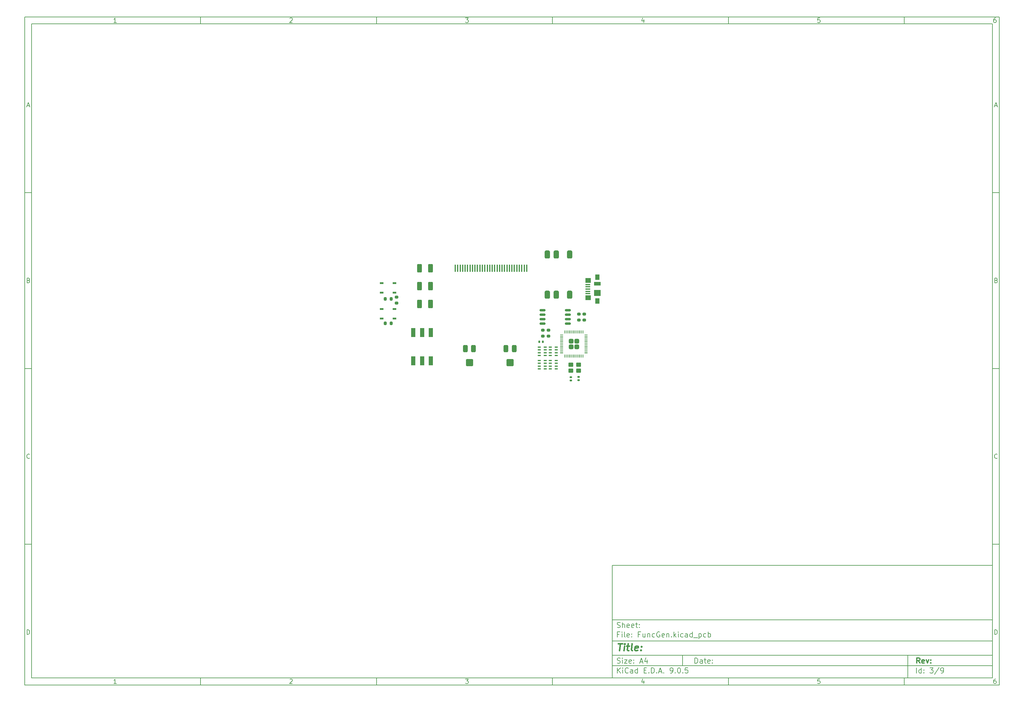
<source format=gbr>
%TF.GenerationSoftware,KiCad,Pcbnew,9.0.5*%
%TF.CreationDate,2025-10-31T11:59:02+05:30*%
%TF.ProjectId,FuncGen,46756e63-4765-46e2-9e6b-696361645f70,rev?*%
%TF.SameCoordinates,Original*%
%TF.FileFunction,Paste,Top*%
%TF.FilePolarity,Positive*%
%FSLAX46Y46*%
G04 Gerber Fmt 4.6, Leading zero omitted, Abs format (unit mm)*
G04 Created by KiCad (PCBNEW 9.0.5) date 2025-10-31 11:59:02*
%MOMM*%
%LPD*%
G01*
G04 APERTURE LIST*
G04 Aperture macros list*
%AMRoundRect*
0 Rectangle with rounded corners*
0 $1 Rounding radius*
0 $2 $3 $4 $5 $6 $7 $8 $9 X,Y pos of 4 corners*
0 Add a 4 corners polygon primitive as box body*
4,1,4,$2,$3,$4,$5,$6,$7,$8,$9,$2,$3,0*
0 Add four circle primitives for the rounded corners*
1,1,$1+$1,$2,$3*
1,1,$1+$1,$4,$5*
1,1,$1+$1,$6,$7*
1,1,$1+$1,$8,$9*
0 Add four rect primitives between the rounded corners*
20,1,$1+$1,$2,$3,$4,$5,0*
20,1,$1+$1,$4,$5,$6,$7,0*
20,1,$1+$1,$6,$7,$8,$9,0*
20,1,$1+$1,$8,$9,$2,$3,0*%
G04 Aperture macros list end*
%ADD10C,0.100000*%
%ADD11C,0.150000*%
%ADD12C,0.300000*%
%ADD13C,0.400000*%
%ADD14RoundRect,0.250000X-0.420000X-0.945000X0.420000X-0.945000X0.420000X0.945000X-0.420000X0.945000X0*%
%ADD15RoundRect,0.135000X-0.135000X-0.185000X0.135000X-0.185000X0.135000X0.185000X-0.135000X0.185000X0*%
%ADD16RoundRect,0.200000X0.200000X0.275000X-0.200000X0.275000X-0.200000X-0.275000X0.200000X-0.275000X0*%
%ADD17R,0.900000X0.400000*%
%ADD18RoundRect,0.249999X-0.395001X-0.395001X0.395001X-0.395001X0.395001X0.395001X-0.395001X0.395001X0*%
%ADD19RoundRect,0.050000X-0.387500X-0.050000X0.387500X-0.050000X0.387500X0.050000X-0.387500X0.050000X0*%
%ADD20RoundRect,0.050000X-0.050000X-0.387500X0.050000X-0.387500X0.050000X0.387500X-0.050000X0.387500X0*%
%ADD21RoundRect,0.200000X-0.275000X0.200000X-0.275000X-0.200000X0.275000X-0.200000X0.275000X0.200000X0*%
%ADD22RoundRect,0.200000X-0.200000X-0.275000X0.200000X-0.275000X0.200000X0.275000X-0.200000X0.275000X0*%
%ADD23RoundRect,0.250000X0.420000X0.945000X-0.420000X0.945000X-0.420000X-0.945000X0.420000X-0.945000X0*%
%ADD24RoundRect,0.140000X0.170000X-0.140000X0.170000X0.140000X-0.170000X0.140000X-0.170000X-0.140000X0*%
%ADD25R,1.000000X0.500000*%
%ADD26RoundRect,0.200000X0.275000X-0.200000X0.275000X0.200000X-0.275000X0.200000X-0.275000X-0.200000X0*%
%ADD27RoundRect,0.250000X0.450000X0.350000X-0.450000X0.350000X-0.450000X-0.350000X0.450000X-0.350000X0*%
%ADD28RoundRect,0.381000X-0.381000X0.762000X-0.381000X-0.762000X0.381000X-0.762000X0.381000X0.762000X0*%
%ADD29R,0.400000X2.000000*%
%ADD30R,1.200000X2.500000*%
%ADD31RoundRect,0.250000X0.400000X-0.750000X0.400000X0.750000X-0.400000X0.750000X-0.400000X-0.750000X0*%
%ADD32RoundRect,0.250000X0.750000X-0.750000X0.750000X0.750000X-0.750000X0.750000X-0.750000X-0.750000X0*%
%ADD33R,1.380000X0.450000*%
%ADD34R,1.300000X1.650000*%
%ADD35R,1.550000X1.425000*%
%ADD36R,1.900000X1.800000*%
%ADD37R,1.900000X1.000000*%
%ADD38RoundRect,0.162500X-0.650000X-0.162500X0.650000X-0.162500X0.650000X0.162500X-0.650000X0.162500X0*%
G04 APERTURE END LIST*
D10*
D11*
X177002200Y-166007200D02*
X285002200Y-166007200D01*
X285002200Y-198007200D01*
X177002200Y-198007200D01*
X177002200Y-166007200D01*
D10*
D11*
X10000000Y-10000000D02*
X287002200Y-10000000D01*
X287002200Y-200007200D01*
X10000000Y-200007200D01*
X10000000Y-10000000D01*
D10*
D11*
X12000000Y-12000000D02*
X285002200Y-12000000D01*
X285002200Y-198007200D01*
X12000000Y-198007200D01*
X12000000Y-12000000D01*
D10*
D11*
X60000000Y-12000000D02*
X60000000Y-10000000D01*
D10*
D11*
X110000000Y-12000000D02*
X110000000Y-10000000D01*
D10*
D11*
X160000000Y-12000000D02*
X160000000Y-10000000D01*
D10*
D11*
X210000000Y-12000000D02*
X210000000Y-10000000D01*
D10*
D11*
X260000000Y-12000000D02*
X260000000Y-10000000D01*
D10*
D11*
X36089160Y-11593604D02*
X35346303Y-11593604D01*
X35717731Y-11593604D02*
X35717731Y-10293604D01*
X35717731Y-10293604D02*
X35593922Y-10479319D01*
X35593922Y-10479319D02*
X35470112Y-10603128D01*
X35470112Y-10603128D02*
X35346303Y-10665033D01*
D10*
D11*
X85346303Y-10417414D02*
X85408207Y-10355509D01*
X85408207Y-10355509D02*
X85532017Y-10293604D01*
X85532017Y-10293604D02*
X85841541Y-10293604D01*
X85841541Y-10293604D02*
X85965350Y-10355509D01*
X85965350Y-10355509D02*
X86027255Y-10417414D01*
X86027255Y-10417414D02*
X86089160Y-10541223D01*
X86089160Y-10541223D02*
X86089160Y-10665033D01*
X86089160Y-10665033D02*
X86027255Y-10850747D01*
X86027255Y-10850747D02*
X85284398Y-11593604D01*
X85284398Y-11593604D02*
X86089160Y-11593604D01*
D10*
D11*
X135284398Y-10293604D02*
X136089160Y-10293604D01*
X136089160Y-10293604D02*
X135655826Y-10788842D01*
X135655826Y-10788842D02*
X135841541Y-10788842D01*
X135841541Y-10788842D02*
X135965350Y-10850747D01*
X135965350Y-10850747D02*
X136027255Y-10912652D01*
X136027255Y-10912652D02*
X136089160Y-11036461D01*
X136089160Y-11036461D02*
X136089160Y-11345985D01*
X136089160Y-11345985D02*
X136027255Y-11469795D01*
X136027255Y-11469795D02*
X135965350Y-11531700D01*
X135965350Y-11531700D02*
X135841541Y-11593604D01*
X135841541Y-11593604D02*
X135470112Y-11593604D01*
X135470112Y-11593604D02*
X135346303Y-11531700D01*
X135346303Y-11531700D02*
X135284398Y-11469795D01*
D10*
D11*
X185965350Y-10726938D02*
X185965350Y-11593604D01*
X185655826Y-10231700D02*
X185346303Y-11160271D01*
X185346303Y-11160271D02*
X186151064Y-11160271D01*
D10*
D11*
X236027255Y-10293604D02*
X235408207Y-10293604D01*
X235408207Y-10293604D02*
X235346303Y-10912652D01*
X235346303Y-10912652D02*
X235408207Y-10850747D01*
X235408207Y-10850747D02*
X235532017Y-10788842D01*
X235532017Y-10788842D02*
X235841541Y-10788842D01*
X235841541Y-10788842D02*
X235965350Y-10850747D01*
X235965350Y-10850747D02*
X236027255Y-10912652D01*
X236027255Y-10912652D02*
X236089160Y-11036461D01*
X236089160Y-11036461D02*
X236089160Y-11345985D01*
X236089160Y-11345985D02*
X236027255Y-11469795D01*
X236027255Y-11469795D02*
X235965350Y-11531700D01*
X235965350Y-11531700D02*
X235841541Y-11593604D01*
X235841541Y-11593604D02*
X235532017Y-11593604D01*
X235532017Y-11593604D02*
X235408207Y-11531700D01*
X235408207Y-11531700D02*
X235346303Y-11469795D01*
D10*
D11*
X285965350Y-10293604D02*
X285717731Y-10293604D01*
X285717731Y-10293604D02*
X285593922Y-10355509D01*
X285593922Y-10355509D02*
X285532017Y-10417414D01*
X285532017Y-10417414D02*
X285408207Y-10603128D01*
X285408207Y-10603128D02*
X285346303Y-10850747D01*
X285346303Y-10850747D02*
X285346303Y-11345985D01*
X285346303Y-11345985D02*
X285408207Y-11469795D01*
X285408207Y-11469795D02*
X285470112Y-11531700D01*
X285470112Y-11531700D02*
X285593922Y-11593604D01*
X285593922Y-11593604D02*
X285841541Y-11593604D01*
X285841541Y-11593604D02*
X285965350Y-11531700D01*
X285965350Y-11531700D02*
X286027255Y-11469795D01*
X286027255Y-11469795D02*
X286089160Y-11345985D01*
X286089160Y-11345985D02*
X286089160Y-11036461D01*
X286089160Y-11036461D02*
X286027255Y-10912652D01*
X286027255Y-10912652D02*
X285965350Y-10850747D01*
X285965350Y-10850747D02*
X285841541Y-10788842D01*
X285841541Y-10788842D02*
X285593922Y-10788842D01*
X285593922Y-10788842D02*
X285470112Y-10850747D01*
X285470112Y-10850747D02*
X285408207Y-10912652D01*
X285408207Y-10912652D02*
X285346303Y-11036461D01*
D10*
D11*
X60000000Y-198007200D02*
X60000000Y-200007200D01*
D10*
D11*
X110000000Y-198007200D02*
X110000000Y-200007200D01*
D10*
D11*
X160000000Y-198007200D02*
X160000000Y-200007200D01*
D10*
D11*
X210000000Y-198007200D02*
X210000000Y-200007200D01*
D10*
D11*
X260000000Y-198007200D02*
X260000000Y-200007200D01*
D10*
D11*
X36089160Y-199600804D02*
X35346303Y-199600804D01*
X35717731Y-199600804D02*
X35717731Y-198300804D01*
X35717731Y-198300804D02*
X35593922Y-198486519D01*
X35593922Y-198486519D02*
X35470112Y-198610328D01*
X35470112Y-198610328D02*
X35346303Y-198672233D01*
D10*
D11*
X85346303Y-198424614D02*
X85408207Y-198362709D01*
X85408207Y-198362709D02*
X85532017Y-198300804D01*
X85532017Y-198300804D02*
X85841541Y-198300804D01*
X85841541Y-198300804D02*
X85965350Y-198362709D01*
X85965350Y-198362709D02*
X86027255Y-198424614D01*
X86027255Y-198424614D02*
X86089160Y-198548423D01*
X86089160Y-198548423D02*
X86089160Y-198672233D01*
X86089160Y-198672233D02*
X86027255Y-198857947D01*
X86027255Y-198857947D02*
X85284398Y-199600804D01*
X85284398Y-199600804D02*
X86089160Y-199600804D01*
D10*
D11*
X135284398Y-198300804D02*
X136089160Y-198300804D01*
X136089160Y-198300804D02*
X135655826Y-198796042D01*
X135655826Y-198796042D02*
X135841541Y-198796042D01*
X135841541Y-198796042D02*
X135965350Y-198857947D01*
X135965350Y-198857947D02*
X136027255Y-198919852D01*
X136027255Y-198919852D02*
X136089160Y-199043661D01*
X136089160Y-199043661D02*
X136089160Y-199353185D01*
X136089160Y-199353185D02*
X136027255Y-199476995D01*
X136027255Y-199476995D02*
X135965350Y-199538900D01*
X135965350Y-199538900D02*
X135841541Y-199600804D01*
X135841541Y-199600804D02*
X135470112Y-199600804D01*
X135470112Y-199600804D02*
X135346303Y-199538900D01*
X135346303Y-199538900D02*
X135284398Y-199476995D01*
D10*
D11*
X185965350Y-198734138D02*
X185965350Y-199600804D01*
X185655826Y-198238900D02*
X185346303Y-199167471D01*
X185346303Y-199167471D02*
X186151064Y-199167471D01*
D10*
D11*
X236027255Y-198300804D02*
X235408207Y-198300804D01*
X235408207Y-198300804D02*
X235346303Y-198919852D01*
X235346303Y-198919852D02*
X235408207Y-198857947D01*
X235408207Y-198857947D02*
X235532017Y-198796042D01*
X235532017Y-198796042D02*
X235841541Y-198796042D01*
X235841541Y-198796042D02*
X235965350Y-198857947D01*
X235965350Y-198857947D02*
X236027255Y-198919852D01*
X236027255Y-198919852D02*
X236089160Y-199043661D01*
X236089160Y-199043661D02*
X236089160Y-199353185D01*
X236089160Y-199353185D02*
X236027255Y-199476995D01*
X236027255Y-199476995D02*
X235965350Y-199538900D01*
X235965350Y-199538900D02*
X235841541Y-199600804D01*
X235841541Y-199600804D02*
X235532017Y-199600804D01*
X235532017Y-199600804D02*
X235408207Y-199538900D01*
X235408207Y-199538900D02*
X235346303Y-199476995D01*
D10*
D11*
X285965350Y-198300804D02*
X285717731Y-198300804D01*
X285717731Y-198300804D02*
X285593922Y-198362709D01*
X285593922Y-198362709D02*
X285532017Y-198424614D01*
X285532017Y-198424614D02*
X285408207Y-198610328D01*
X285408207Y-198610328D02*
X285346303Y-198857947D01*
X285346303Y-198857947D02*
X285346303Y-199353185D01*
X285346303Y-199353185D02*
X285408207Y-199476995D01*
X285408207Y-199476995D02*
X285470112Y-199538900D01*
X285470112Y-199538900D02*
X285593922Y-199600804D01*
X285593922Y-199600804D02*
X285841541Y-199600804D01*
X285841541Y-199600804D02*
X285965350Y-199538900D01*
X285965350Y-199538900D02*
X286027255Y-199476995D01*
X286027255Y-199476995D02*
X286089160Y-199353185D01*
X286089160Y-199353185D02*
X286089160Y-199043661D01*
X286089160Y-199043661D02*
X286027255Y-198919852D01*
X286027255Y-198919852D02*
X285965350Y-198857947D01*
X285965350Y-198857947D02*
X285841541Y-198796042D01*
X285841541Y-198796042D02*
X285593922Y-198796042D01*
X285593922Y-198796042D02*
X285470112Y-198857947D01*
X285470112Y-198857947D02*
X285408207Y-198919852D01*
X285408207Y-198919852D02*
X285346303Y-199043661D01*
D10*
D11*
X10000000Y-60000000D02*
X12000000Y-60000000D01*
D10*
D11*
X10000000Y-110000000D02*
X12000000Y-110000000D01*
D10*
D11*
X10000000Y-160000000D02*
X12000000Y-160000000D01*
D10*
D11*
X10690476Y-35222176D02*
X11309523Y-35222176D01*
X10566666Y-35593604D02*
X10999999Y-34293604D01*
X10999999Y-34293604D02*
X11433333Y-35593604D01*
D10*
D11*
X11092857Y-84912652D02*
X11278571Y-84974557D01*
X11278571Y-84974557D02*
X11340476Y-85036461D01*
X11340476Y-85036461D02*
X11402380Y-85160271D01*
X11402380Y-85160271D02*
X11402380Y-85345985D01*
X11402380Y-85345985D02*
X11340476Y-85469795D01*
X11340476Y-85469795D02*
X11278571Y-85531700D01*
X11278571Y-85531700D02*
X11154761Y-85593604D01*
X11154761Y-85593604D02*
X10659523Y-85593604D01*
X10659523Y-85593604D02*
X10659523Y-84293604D01*
X10659523Y-84293604D02*
X11092857Y-84293604D01*
X11092857Y-84293604D02*
X11216666Y-84355509D01*
X11216666Y-84355509D02*
X11278571Y-84417414D01*
X11278571Y-84417414D02*
X11340476Y-84541223D01*
X11340476Y-84541223D02*
X11340476Y-84665033D01*
X11340476Y-84665033D02*
X11278571Y-84788842D01*
X11278571Y-84788842D02*
X11216666Y-84850747D01*
X11216666Y-84850747D02*
X11092857Y-84912652D01*
X11092857Y-84912652D02*
X10659523Y-84912652D01*
D10*
D11*
X11402380Y-135469795D02*
X11340476Y-135531700D01*
X11340476Y-135531700D02*
X11154761Y-135593604D01*
X11154761Y-135593604D02*
X11030952Y-135593604D01*
X11030952Y-135593604D02*
X10845238Y-135531700D01*
X10845238Y-135531700D02*
X10721428Y-135407890D01*
X10721428Y-135407890D02*
X10659523Y-135284080D01*
X10659523Y-135284080D02*
X10597619Y-135036461D01*
X10597619Y-135036461D02*
X10597619Y-134850747D01*
X10597619Y-134850747D02*
X10659523Y-134603128D01*
X10659523Y-134603128D02*
X10721428Y-134479319D01*
X10721428Y-134479319D02*
X10845238Y-134355509D01*
X10845238Y-134355509D02*
X11030952Y-134293604D01*
X11030952Y-134293604D02*
X11154761Y-134293604D01*
X11154761Y-134293604D02*
X11340476Y-134355509D01*
X11340476Y-134355509D02*
X11402380Y-134417414D01*
D10*
D11*
X10659523Y-185593604D02*
X10659523Y-184293604D01*
X10659523Y-184293604D02*
X10969047Y-184293604D01*
X10969047Y-184293604D02*
X11154761Y-184355509D01*
X11154761Y-184355509D02*
X11278571Y-184479319D01*
X11278571Y-184479319D02*
X11340476Y-184603128D01*
X11340476Y-184603128D02*
X11402380Y-184850747D01*
X11402380Y-184850747D02*
X11402380Y-185036461D01*
X11402380Y-185036461D02*
X11340476Y-185284080D01*
X11340476Y-185284080D02*
X11278571Y-185407890D01*
X11278571Y-185407890D02*
X11154761Y-185531700D01*
X11154761Y-185531700D02*
X10969047Y-185593604D01*
X10969047Y-185593604D02*
X10659523Y-185593604D01*
D10*
D11*
X287002200Y-60000000D02*
X285002200Y-60000000D01*
D10*
D11*
X287002200Y-110000000D02*
X285002200Y-110000000D01*
D10*
D11*
X287002200Y-160000000D02*
X285002200Y-160000000D01*
D10*
D11*
X285692676Y-35222176D02*
X286311723Y-35222176D01*
X285568866Y-35593604D02*
X286002199Y-34293604D01*
X286002199Y-34293604D02*
X286435533Y-35593604D01*
D10*
D11*
X286095057Y-84912652D02*
X286280771Y-84974557D01*
X286280771Y-84974557D02*
X286342676Y-85036461D01*
X286342676Y-85036461D02*
X286404580Y-85160271D01*
X286404580Y-85160271D02*
X286404580Y-85345985D01*
X286404580Y-85345985D02*
X286342676Y-85469795D01*
X286342676Y-85469795D02*
X286280771Y-85531700D01*
X286280771Y-85531700D02*
X286156961Y-85593604D01*
X286156961Y-85593604D02*
X285661723Y-85593604D01*
X285661723Y-85593604D02*
X285661723Y-84293604D01*
X285661723Y-84293604D02*
X286095057Y-84293604D01*
X286095057Y-84293604D02*
X286218866Y-84355509D01*
X286218866Y-84355509D02*
X286280771Y-84417414D01*
X286280771Y-84417414D02*
X286342676Y-84541223D01*
X286342676Y-84541223D02*
X286342676Y-84665033D01*
X286342676Y-84665033D02*
X286280771Y-84788842D01*
X286280771Y-84788842D02*
X286218866Y-84850747D01*
X286218866Y-84850747D02*
X286095057Y-84912652D01*
X286095057Y-84912652D02*
X285661723Y-84912652D01*
D10*
D11*
X286404580Y-135469795D02*
X286342676Y-135531700D01*
X286342676Y-135531700D02*
X286156961Y-135593604D01*
X286156961Y-135593604D02*
X286033152Y-135593604D01*
X286033152Y-135593604D02*
X285847438Y-135531700D01*
X285847438Y-135531700D02*
X285723628Y-135407890D01*
X285723628Y-135407890D02*
X285661723Y-135284080D01*
X285661723Y-135284080D02*
X285599819Y-135036461D01*
X285599819Y-135036461D02*
X285599819Y-134850747D01*
X285599819Y-134850747D02*
X285661723Y-134603128D01*
X285661723Y-134603128D02*
X285723628Y-134479319D01*
X285723628Y-134479319D02*
X285847438Y-134355509D01*
X285847438Y-134355509D02*
X286033152Y-134293604D01*
X286033152Y-134293604D02*
X286156961Y-134293604D01*
X286156961Y-134293604D02*
X286342676Y-134355509D01*
X286342676Y-134355509D02*
X286404580Y-134417414D01*
D10*
D11*
X285661723Y-185593604D02*
X285661723Y-184293604D01*
X285661723Y-184293604D02*
X285971247Y-184293604D01*
X285971247Y-184293604D02*
X286156961Y-184355509D01*
X286156961Y-184355509D02*
X286280771Y-184479319D01*
X286280771Y-184479319D02*
X286342676Y-184603128D01*
X286342676Y-184603128D02*
X286404580Y-184850747D01*
X286404580Y-184850747D02*
X286404580Y-185036461D01*
X286404580Y-185036461D02*
X286342676Y-185284080D01*
X286342676Y-185284080D02*
X286280771Y-185407890D01*
X286280771Y-185407890D02*
X286156961Y-185531700D01*
X286156961Y-185531700D02*
X285971247Y-185593604D01*
X285971247Y-185593604D02*
X285661723Y-185593604D01*
D10*
D11*
X200458026Y-193793328D02*
X200458026Y-192293328D01*
X200458026Y-192293328D02*
X200815169Y-192293328D01*
X200815169Y-192293328D02*
X201029455Y-192364757D01*
X201029455Y-192364757D02*
X201172312Y-192507614D01*
X201172312Y-192507614D02*
X201243741Y-192650471D01*
X201243741Y-192650471D02*
X201315169Y-192936185D01*
X201315169Y-192936185D02*
X201315169Y-193150471D01*
X201315169Y-193150471D02*
X201243741Y-193436185D01*
X201243741Y-193436185D02*
X201172312Y-193579042D01*
X201172312Y-193579042D02*
X201029455Y-193721900D01*
X201029455Y-193721900D02*
X200815169Y-193793328D01*
X200815169Y-193793328D02*
X200458026Y-193793328D01*
X202600884Y-193793328D02*
X202600884Y-193007614D01*
X202600884Y-193007614D02*
X202529455Y-192864757D01*
X202529455Y-192864757D02*
X202386598Y-192793328D01*
X202386598Y-192793328D02*
X202100884Y-192793328D01*
X202100884Y-192793328D02*
X201958026Y-192864757D01*
X202600884Y-193721900D02*
X202458026Y-193793328D01*
X202458026Y-193793328D02*
X202100884Y-193793328D01*
X202100884Y-193793328D02*
X201958026Y-193721900D01*
X201958026Y-193721900D02*
X201886598Y-193579042D01*
X201886598Y-193579042D02*
X201886598Y-193436185D01*
X201886598Y-193436185D02*
X201958026Y-193293328D01*
X201958026Y-193293328D02*
X202100884Y-193221900D01*
X202100884Y-193221900D02*
X202458026Y-193221900D01*
X202458026Y-193221900D02*
X202600884Y-193150471D01*
X203100884Y-192793328D02*
X203672312Y-192793328D01*
X203315169Y-192293328D02*
X203315169Y-193579042D01*
X203315169Y-193579042D02*
X203386598Y-193721900D01*
X203386598Y-193721900D02*
X203529455Y-193793328D01*
X203529455Y-193793328D02*
X203672312Y-193793328D01*
X204743741Y-193721900D02*
X204600884Y-193793328D01*
X204600884Y-193793328D02*
X204315170Y-193793328D01*
X204315170Y-193793328D02*
X204172312Y-193721900D01*
X204172312Y-193721900D02*
X204100884Y-193579042D01*
X204100884Y-193579042D02*
X204100884Y-193007614D01*
X204100884Y-193007614D02*
X204172312Y-192864757D01*
X204172312Y-192864757D02*
X204315170Y-192793328D01*
X204315170Y-192793328D02*
X204600884Y-192793328D01*
X204600884Y-192793328D02*
X204743741Y-192864757D01*
X204743741Y-192864757D02*
X204815170Y-193007614D01*
X204815170Y-193007614D02*
X204815170Y-193150471D01*
X204815170Y-193150471D02*
X204100884Y-193293328D01*
X205458026Y-193650471D02*
X205529455Y-193721900D01*
X205529455Y-193721900D02*
X205458026Y-193793328D01*
X205458026Y-193793328D02*
X205386598Y-193721900D01*
X205386598Y-193721900D02*
X205458026Y-193650471D01*
X205458026Y-193650471D02*
X205458026Y-193793328D01*
X205458026Y-192864757D02*
X205529455Y-192936185D01*
X205529455Y-192936185D02*
X205458026Y-193007614D01*
X205458026Y-193007614D02*
X205386598Y-192936185D01*
X205386598Y-192936185D02*
X205458026Y-192864757D01*
X205458026Y-192864757D02*
X205458026Y-193007614D01*
D10*
D11*
X177002200Y-194507200D02*
X285002200Y-194507200D01*
D10*
D11*
X178458026Y-196593328D02*
X178458026Y-195093328D01*
X179315169Y-196593328D02*
X178672312Y-195736185D01*
X179315169Y-195093328D02*
X178458026Y-195950471D01*
X179958026Y-196593328D02*
X179958026Y-195593328D01*
X179958026Y-195093328D02*
X179886598Y-195164757D01*
X179886598Y-195164757D02*
X179958026Y-195236185D01*
X179958026Y-195236185D02*
X180029455Y-195164757D01*
X180029455Y-195164757D02*
X179958026Y-195093328D01*
X179958026Y-195093328D02*
X179958026Y-195236185D01*
X181529455Y-196450471D02*
X181458027Y-196521900D01*
X181458027Y-196521900D02*
X181243741Y-196593328D01*
X181243741Y-196593328D02*
X181100884Y-196593328D01*
X181100884Y-196593328D02*
X180886598Y-196521900D01*
X180886598Y-196521900D02*
X180743741Y-196379042D01*
X180743741Y-196379042D02*
X180672312Y-196236185D01*
X180672312Y-196236185D02*
X180600884Y-195950471D01*
X180600884Y-195950471D02*
X180600884Y-195736185D01*
X180600884Y-195736185D02*
X180672312Y-195450471D01*
X180672312Y-195450471D02*
X180743741Y-195307614D01*
X180743741Y-195307614D02*
X180886598Y-195164757D01*
X180886598Y-195164757D02*
X181100884Y-195093328D01*
X181100884Y-195093328D02*
X181243741Y-195093328D01*
X181243741Y-195093328D02*
X181458027Y-195164757D01*
X181458027Y-195164757D02*
X181529455Y-195236185D01*
X182815170Y-196593328D02*
X182815170Y-195807614D01*
X182815170Y-195807614D02*
X182743741Y-195664757D01*
X182743741Y-195664757D02*
X182600884Y-195593328D01*
X182600884Y-195593328D02*
X182315170Y-195593328D01*
X182315170Y-195593328D02*
X182172312Y-195664757D01*
X182815170Y-196521900D02*
X182672312Y-196593328D01*
X182672312Y-196593328D02*
X182315170Y-196593328D01*
X182315170Y-196593328D02*
X182172312Y-196521900D01*
X182172312Y-196521900D02*
X182100884Y-196379042D01*
X182100884Y-196379042D02*
X182100884Y-196236185D01*
X182100884Y-196236185D02*
X182172312Y-196093328D01*
X182172312Y-196093328D02*
X182315170Y-196021900D01*
X182315170Y-196021900D02*
X182672312Y-196021900D01*
X182672312Y-196021900D02*
X182815170Y-195950471D01*
X184172313Y-196593328D02*
X184172313Y-195093328D01*
X184172313Y-196521900D02*
X184029455Y-196593328D01*
X184029455Y-196593328D02*
X183743741Y-196593328D01*
X183743741Y-196593328D02*
X183600884Y-196521900D01*
X183600884Y-196521900D02*
X183529455Y-196450471D01*
X183529455Y-196450471D02*
X183458027Y-196307614D01*
X183458027Y-196307614D02*
X183458027Y-195879042D01*
X183458027Y-195879042D02*
X183529455Y-195736185D01*
X183529455Y-195736185D02*
X183600884Y-195664757D01*
X183600884Y-195664757D02*
X183743741Y-195593328D01*
X183743741Y-195593328D02*
X184029455Y-195593328D01*
X184029455Y-195593328D02*
X184172313Y-195664757D01*
X186029455Y-195807614D02*
X186529455Y-195807614D01*
X186743741Y-196593328D02*
X186029455Y-196593328D01*
X186029455Y-196593328D02*
X186029455Y-195093328D01*
X186029455Y-195093328D02*
X186743741Y-195093328D01*
X187386598Y-196450471D02*
X187458027Y-196521900D01*
X187458027Y-196521900D02*
X187386598Y-196593328D01*
X187386598Y-196593328D02*
X187315170Y-196521900D01*
X187315170Y-196521900D02*
X187386598Y-196450471D01*
X187386598Y-196450471D02*
X187386598Y-196593328D01*
X188100884Y-196593328D02*
X188100884Y-195093328D01*
X188100884Y-195093328D02*
X188458027Y-195093328D01*
X188458027Y-195093328D02*
X188672313Y-195164757D01*
X188672313Y-195164757D02*
X188815170Y-195307614D01*
X188815170Y-195307614D02*
X188886599Y-195450471D01*
X188886599Y-195450471D02*
X188958027Y-195736185D01*
X188958027Y-195736185D02*
X188958027Y-195950471D01*
X188958027Y-195950471D02*
X188886599Y-196236185D01*
X188886599Y-196236185D02*
X188815170Y-196379042D01*
X188815170Y-196379042D02*
X188672313Y-196521900D01*
X188672313Y-196521900D02*
X188458027Y-196593328D01*
X188458027Y-196593328D02*
X188100884Y-196593328D01*
X189600884Y-196450471D02*
X189672313Y-196521900D01*
X189672313Y-196521900D02*
X189600884Y-196593328D01*
X189600884Y-196593328D02*
X189529456Y-196521900D01*
X189529456Y-196521900D02*
X189600884Y-196450471D01*
X189600884Y-196450471D02*
X189600884Y-196593328D01*
X190243742Y-196164757D02*
X190958028Y-196164757D01*
X190100885Y-196593328D02*
X190600885Y-195093328D01*
X190600885Y-195093328D02*
X191100885Y-196593328D01*
X191600884Y-196450471D02*
X191672313Y-196521900D01*
X191672313Y-196521900D02*
X191600884Y-196593328D01*
X191600884Y-196593328D02*
X191529456Y-196521900D01*
X191529456Y-196521900D02*
X191600884Y-196450471D01*
X191600884Y-196450471D02*
X191600884Y-196593328D01*
X193529456Y-196593328D02*
X193815170Y-196593328D01*
X193815170Y-196593328D02*
X193958027Y-196521900D01*
X193958027Y-196521900D02*
X194029456Y-196450471D01*
X194029456Y-196450471D02*
X194172313Y-196236185D01*
X194172313Y-196236185D02*
X194243742Y-195950471D01*
X194243742Y-195950471D02*
X194243742Y-195379042D01*
X194243742Y-195379042D02*
X194172313Y-195236185D01*
X194172313Y-195236185D02*
X194100885Y-195164757D01*
X194100885Y-195164757D02*
X193958027Y-195093328D01*
X193958027Y-195093328D02*
X193672313Y-195093328D01*
X193672313Y-195093328D02*
X193529456Y-195164757D01*
X193529456Y-195164757D02*
X193458027Y-195236185D01*
X193458027Y-195236185D02*
X193386599Y-195379042D01*
X193386599Y-195379042D02*
X193386599Y-195736185D01*
X193386599Y-195736185D02*
X193458027Y-195879042D01*
X193458027Y-195879042D02*
X193529456Y-195950471D01*
X193529456Y-195950471D02*
X193672313Y-196021900D01*
X193672313Y-196021900D02*
X193958027Y-196021900D01*
X193958027Y-196021900D02*
X194100885Y-195950471D01*
X194100885Y-195950471D02*
X194172313Y-195879042D01*
X194172313Y-195879042D02*
X194243742Y-195736185D01*
X194886598Y-196450471D02*
X194958027Y-196521900D01*
X194958027Y-196521900D02*
X194886598Y-196593328D01*
X194886598Y-196593328D02*
X194815170Y-196521900D01*
X194815170Y-196521900D02*
X194886598Y-196450471D01*
X194886598Y-196450471D02*
X194886598Y-196593328D01*
X195886599Y-195093328D02*
X196029456Y-195093328D01*
X196029456Y-195093328D02*
X196172313Y-195164757D01*
X196172313Y-195164757D02*
X196243742Y-195236185D01*
X196243742Y-195236185D02*
X196315170Y-195379042D01*
X196315170Y-195379042D02*
X196386599Y-195664757D01*
X196386599Y-195664757D02*
X196386599Y-196021900D01*
X196386599Y-196021900D02*
X196315170Y-196307614D01*
X196315170Y-196307614D02*
X196243742Y-196450471D01*
X196243742Y-196450471D02*
X196172313Y-196521900D01*
X196172313Y-196521900D02*
X196029456Y-196593328D01*
X196029456Y-196593328D02*
X195886599Y-196593328D01*
X195886599Y-196593328D02*
X195743742Y-196521900D01*
X195743742Y-196521900D02*
X195672313Y-196450471D01*
X195672313Y-196450471D02*
X195600884Y-196307614D01*
X195600884Y-196307614D02*
X195529456Y-196021900D01*
X195529456Y-196021900D02*
X195529456Y-195664757D01*
X195529456Y-195664757D02*
X195600884Y-195379042D01*
X195600884Y-195379042D02*
X195672313Y-195236185D01*
X195672313Y-195236185D02*
X195743742Y-195164757D01*
X195743742Y-195164757D02*
X195886599Y-195093328D01*
X197029455Y-196450471D02*
X197100884Y-196521900D01*
X197100884Y-196521900D02*
X197029455Y-196593328D01*
X197029455Y-196593328D02*
X196958027Y-196521900D01*
X196958027Y-196521900D02*
X197029455Y-196450471D01*
X197029455Y-196450471D02*
X197029455Y-196593328D01*
X198458027Y-195093328D02*
X197743741Y-195093328D01*
X197743741Y-195093328D02*
X197672313Y-195807614D01*
X197672313Y-195807614D02*
X197743741Y-195736185D01*
X197743741Y-195736185D02*
X197886599Y-195664757D01*
X197886599Y-195664757D02*
X198243741Y-195664757D01*
X198243741Y-195664757D02*
X198386599Y-195736185D01*
X198386599Y-195736185D02*
X198458027Y-195807614D01*
X198458027Y-195807614D02*
X198529456Y-195950471D01*
X198529456Y-195950471D02*
X198529456Y-196307614D01*
X198529456Y-196307614D02*
X198458027Y-196450471D01*
X198458027Y-196450471D02*
X198386599Y-196521900D01*
X198386599Y-196521900D02*
X198243741Y-196593328D01*
X198243741Y-196593328D02*
X197886599Y-196593328D01*
X197886599Y-196593328D02*
X197743741Y-196521900D01*
X197743741Y-196521900D02*
X197672313Y-196450471D01*
D10*
D11*
X177002200Y-191507200D02*
X285002200Y-191507200D01*
D10*
D12*
X264413853Y-193785528D02*
X263913853Y-193071242D01*
X263556710Y-193785528D02*
X263556710Y-192285528D01*
X263556710Y-192285528D02*
X264128139Y-192285528D01*
X264128139Y-192285528D02*
X264270996Y-192356957D01*
X264270996Y-192356957D02*
X264342425Y-192428385D01*
X264342425Y-192428385D02*
X264413853Y-192571242D01*
X264413853Y-192571242D02*
X264413853Y-192785528D01*
X264413853Y-192785528D02*
X264342425Y-192928385D01*
X264342425Y-192928385D02*
X264270996Y-192999814D01*
X264270996Y-192999814D02*
X264128139Y-193071242D01*
X264128139Y-193071242D02*
X263556710Y-193071242D01*
X265628139Y-193714100D02*
X265485282Y-193785528D01*
X265485282Y-193785528D02*
X265199568Y-193785528D01*
X265199568Y-193785528D02*
X265056710Y-193714100D01*
X265056710Y-193714100D02*
X264985282Y-193571242D01*
X264985282Y-193571242D02*
X264985282Y-192999814D01*
X264985282Y-192999814D02*
X265056710Y-192856957D01*
X265056710Y-192856957D02*
X265199568Y-192785528D01*
X265199568Y-192785528D02*
X265485282Y-192785528D01*
X265485282Y-192785528D02*
X265628139Y-192856957D01*
X265628139Y-192856957D02*
X265699568Y-192999814D01*
X265699568Y-192999814D02*
X265699568Y-193142671D01*
X265699568Y-193142671D02*
X264985282Y-193285528D01*
X266199567Y-192785528D02*
X266556710Y-193785528D01*
X266556710Y-193785528D02*
X266913853Y-192785528D01*
X267485281Y-193642671D02*
X267556710Y-193714100D01*
X267556710Y-193714100D02*
X267485281Y-193785528D01*
X267485281Y-193785528D02*
X267413853Y-193714100D01*
X267413853Y-193714100D02*
X267485281Y-193642671D01*
X267485281Y-193642671D02*
X267485281Y-193785528D01*
X267485281Y-192856957D02*
X267556710Y-192928385D01*
X267556710Y-192928385D02*
X267485281Y-192999814D01*
X267485281Y-192999814D02*
X267413853Y-192928385D01*
X267413853Y-192928385D02*
X267485281Y-192856957D01*
X267485281Y-192856957D02*
X267485281Y-192999814D01*
D10*
D11*
X178386598Y-193721900D02*
X178600884Y-193793328D01*
X178600884Y-193793328D02*
X178958026Y-193793328D01*
X178958026Y-193793328D02*
X179100884Y-193721900D01*
X179100884Y-193721900D02*
X179172312Y-193650471D01*
X179172312Y-193650471D02*
X179243741Y-193507614D01*
X179243741Y-193507614D02*
X179243741Y-193364757D01*
X179243741Y-193364757D02*
X179172312Y-193221900D01*
X179172312Y-193221900D02*
X179100884Y-193150471D01*
X179100884Y-193150471D02*
X178958026Y-193079042D01*
X178958026Y-193079042D02*
X178672312Y-193007614D01*
X178672312Y-193007614D02*
X178529455Y-192936185D01*
X178529455Y-192936185D02*
X178458026Y-192864757D01*
X178458026Y-192864757D02*
X178386598Y-192721900D01*
X178386598Y-192721900D02*
X178386598Y-192579042D01*
X178386598Y-192579042D02*
X178458026Y-192436185D01*
X178458026Y-192436185D02*
X178529455Y-192364757D01*
X178529455Y-192364757D02*
X178672312Y-192293328D01*
X178672312Y-192293328D02*
X179029455Y-192293328D01*
X179029455Y-192293328D02*
X179243741Y-192364757D01*
X179886597Y-193793328D02*
X179886597Y-192793328D01*
X179886597Y-192293328D02*
X179815169Y-192364757D01*
X179815169Y-192364757D02*
X179886597Y-192436185D01*
X179886597Y-192436185D02*
X179958026Y-192364757D01*
X179958026Y-192364757D02*
X179886597Y-192293328D01*
X179886597Y-192293328D02*
X179886597Y-192436185D01*
X180458026Y-192793328D02*
X181243741Y-192793328D01*
X181243741Y-192793328D02*
X180458026Y-193793328D01*
X180458026Y-193793328D02*
X181243741Y-193793328D01*
X182386598Y-193721900D02*
X182243741Y-193793328D01*
X182243741Y-193793328D02*
X181958027Y-193793328D01*
X181958027Y-193793328D02*
X181815169Y-193721900D01*
X181815169Y-193721900D02*
X181743741Y-193579042D01*
X181743741Y-193579042D02*
X181743741Y-193007614D01*
X181743741Y-193007614D02*
X181815169Y-192864757D01*
X181815169Y-192864757D02*
X181958027Y-192793328D01*
X181958027Y-192793328D02*
X182243741Y-192793328D01*
X182243741Y-192793328D02*
X182386598Y-192864757D01*
X182386598Y-192864757D02*
X182458027Y-193007614D01*
X182458027Y-193007614D02*
X182458027Y-193150471D01*
X182458027Y-193150471D02*
X181743741Y-193293328D01*
X183100883Y-193650471D02*
X183172312Y-193721900D01*
X183172312Y-193721900D02*
X183100883Y-193793328D01*
X183100883Y-193793328D02*
X183029455Y-193721900D01*
X183029455Y-193721900D02*
X183100883Y-193650471D01*
X183100883Y-193650471D02*
X183100883Y-193793328D01*
X183100883Y-192864757D02*
X183172312Y-192936185D01*
X183172312Y-192936185D02*
X183100883Y-193007614D01*
X183100883Y-193007614D02*
X183029455Y-192936185D01*
X183029455Y-192936185D02*
X183100883Y-192864757D01*
X183100883Y-192864757D02*
X183100883Y-193007614D01*
X184886598Y-193364757D02*
X185600884Y-193364757D01*
X184743741Y-193793328D02*
X185243741Y-192293328D01*
X185243741Y-192293328D02*
X185743741Y-193793328D01*
X186886598Y-192793328D02*
X186886598Y-193793328D01*
X186529455Y-192221900D02*
X186172312Y-193293328D01*
X186172312Y-193293328D02*
X187100883Y-193293328D01*
D10*
D11*
X263458026Y-196593328D02*
X263458026Y-195093328D01*
X264815170Y-196593328D02*
X264815170Y-195093328D01*
X264815170Y-196521900D02*
X264672312Y-196593328D01*
X264672312Y-196593328D02*
X264386598Y-196593328D01*
X264386598Y-196593328D02*
X264243741Y-196521900D01*
X264243741Y-196521900D02*
X264172312Y-196450471D01*
X264172312Y-196450471D02*
X264100884Y-196307614D01*
X264100884Y-196307614D02*
X264100884Y-195879042D01*
X264100884Y-195879042D02*
X264172312Y-195736185D01*
X264172312Y-195736185D02*
X264243741Y-195664757D01*
X264243741Y-195664757D02*
X264386598Y-195593328D01*
X264386598Y-195593328D02*
X264672312Y-195593328D01*
X264672312Y-195593328D02*
X264815170Y-195664757D01*
X265529455Y-196450471D02*
X265600884Y-196521900D01*
X265600884Y-196521900D02*
X265529455Y-196593328D01*
X265529455Y-196593328D02*
X265458027Y-196521900D01*
X265458027Y-196521900D02*
X265529455Y-196450471D01*
X265529455Y-196450471D02*
X265529455Y-196593328D01*
X265529455Y-195664757D02*
X265600884Y-195736185D01*
X265600884Y-195736185D02*
X265529455Y-195807614D01*
X265529455Y-195807614D02*
X265458027Y-195736185D01*
X265458027Y-195736185D02*
X265529455Y-195664757D01*
X265529455Y-195664757D02*
X265529455Y-195807614D01*
X267243741Y-195093328D02*
X268172313Y-195093328D01*
X268172313Y-195093328D02*
X267672313Y-195664757D01*
X267672313Y-195664757D02*
X267886598Y-195664757D01*
X267886598Y-195664757D02*
X268029456Y-195736185D01*
X268029456Y-195736185D02*
X268100884Y-195807614D01*
X268100884Y-195807614D02*
X268172313Y-195950471D01*
X268172313Y-195950471D02*
X268172313Y-196307614D01*
X268172313Y-196307614D02*
X268100884Y-196450471D01*
X268100884Y-196450471D02*
X268029456Y-196521900D01*
X268029456Y-196521900D02*
X267886598Y-196593328D01*
X267886598Y-196593328D02*
X267458027Y-196593328D01*
X267458027Y-196593328D02*
X267315170Y-196521900D01*
X267315170Y-196521900D02*
X267243741Y-196450471D01*
X269886598Y-195021900D02*
X268600884Y-196950471D01*
X270458027Y-196593328D02*
X270743741Y-196593328D01*
X270743741Y-196593328D02*
X270886598Y-196521900D01*
X270886598Y-196521900D02*
X270958027Y-196450471D01*
X270958027Y-196450471D02*
X271100884Y-196236185D01*
X271100884Y-196236185D02*
X271172313Y-195950471D01*
X271172313Y-195950471D02*
X271172313Y-195379042D01*
X271172313Y-195379042D02*
X271100884Y-195236185D01*
X271100884Y-195236185D02*
X271029456Y-195164757D01*
X271029456Y-195164757D02*
X270886598Y-195093328D01*
X270886598Y-195093328D02*
X270600884Y-195093328D01*
X270600884Y-195093328D02*
X270458027Y-195164757D01*
X270458027Y-195164757D02*
X270386598Y-195236185D01*
X270386598Y-195236185D02*
X270315170Y-195379042D01*
X270315170Y-195379042D02*
X270315170Y-195736185D01*
X270315170Y-195736185D02*
X270386598Y-195879042D01*
X270386598Y-195879042D02*
X270458027Y-195950471D01*
X270458027Y-195950471D02*
X270600884Y-196021900D01*
X270600884Y-196021900D02*
X270886598Y-196021900D01*
X270886598Y-196021900D02*
X271029456Y-195950471D01*
X271029456Y-195950471D02*
X271100884Y-195879042D01*
X271100884Y-195879042D02*
X271172313Y-195736185D01*
D10*
D11*
X177002200Y-187507200D02*
X285002200Y-187507200D01*
D10*
D13*
X178693928Y-188211638D02*
X179836785Y-188211638D01*
X179015357Y-190211638D02*
X179265357Y-188211638D01*
X180253452Y-190211638D02*
X180420119Y-188878304D01*
X180503452Y-188211638D02*
X180396309Y-188306876D01*
X180396309Y-188306876D02*
X180479643Y-188402114D01*
X180479643Y-188402114D02*
X180586786Y-188306876D01*
X180586786Y-188306876D02*
X180503452Y-188211638D01*
X180503452Y-188211638D02*
X180479643Y-188402114D01*
X181086786Y-188878304D02*
X181848690Y-188878304D01*
X181455833Y-188211638D02*
X181241548Y-189925923D01*
X181241548Y-189925923D02*
X181312976Y-190116400D01*
X181312976Y-190116400D02*
X181491548Y-190211638D01*
X181491548Y-190211638D02*
X181682024Y-190211638D01*
X182634405Y-190211638D02*
X182455833Y-190116400D01*
X182455833Y-190116400D02*
X182384405Y-189925923D01*
X182384405Y-189925923D02*
X182598690Y-188211638D01*
X184170119Y-190116400D02*
X183967738Y-190211638D01*
X183967738Y-190211638D02*
X183586785Y-190211638D01*
X183586785Y-190211638D02*
X183408214Y-190116400D01*
X183408214Y-190116400D02*
X183336785Y-189925923D01*
X183336785Y-189925923D02*
X183432024Y-189164019D01*
X183432024Y-189164019D02*
X183551071Y-188973542D01*
X183551071Y-188973542D02*
X183753452Y-188878304D01*
X183753452Y-188878304D02*
X184134404Y-188878304D01*
X184134404Y-188878304D02*
X184312976Y-188973542D01*
X184312976Y-188973542D02*
X184384404Y-189164019D01*
X184384404Y-189164019D02*
X184360595Y-189354495D01*
X184360595Y-189354495D02*
X183384404Y-189544971D01*
X185134405Y-190021161D02*
X185217738Y-190116400D01*
X185217738Y-190116400D02*
X185110595Y-190211638D01*
X185110595Y-190211638D02*
X185027262Y-190116400D01*
X185027262Y-190116400D02*
X185134405Y-190021161D01*
X185134405Y-190021161D02*
X185110595Y-190211638D01*
X185265357Y-188973542D02*
X185348690Y-189068780D01*
X185348690Y-189068780D02*
X185241548Y-189164019D01*
X185241548Y-189164019D02*
X185158214Y-189068780D01*
X185158214Y-189068780D02*
X185265357Y-188973542D01*
X185265357Y-188973542D02*
X185241548Y-189164019D01*
D10*
D11*
X178958026Y-185607614D02*
X178458026Y-185607614D01*
X178458026Y-186393328D02*
X178458026Y-184893328D01*
X178458026Y-184893328D02*
X179172312Y-184893328D01*
X179743740Y-186393328D02*
X179743740Y-185393328D01*
X179743740Y-184893328D02*
X179672312Y-184964757D01*
X179672312Y-184964757D02*
X179743740Y-185036185D01*
X179743740Y-185036185D02*
X179815169Y-184964757D01*
X179815169Y-184964757D02*
X179743740Y-184893328D01*
X179743740Y-184893328D02*
X179743740Y-185036185D01*
X180672312Y-186393328D02*
X180529455Y-186321900D01*
X180529455Y-186321900D02*
X180458026Y-186179042D01*
X180458026Y-186179042D02*
X180458026Y-184893328D01*
X181815169Y-186321900D02*
X181672312Y-186393328D01*
X181672312Y-186393328D02*
X181386598Y-186393328D01*
X181386598Y-186393328D02*
X181243740Y-186321900D01*
X181243740Y-186321900D02*
X181172312Y-186179042D01*
X181172312Y-186179042D02*
X181172312Y-185607614D01*
X181172312Y-185607614D02*
X181243740Y-185464757D01*
X181243740Y-185464757D02*
X181386598Y-185393328D01*
X181386598Y-185393328D02*
X181672312Y-185393328D01*
X181672312Y-185393328D02*
X181815169Y-185464757D01*
X181815169Y-185464757D02*
X181886598Y-185607614D01*
X181886598Y-185607614D02*
X181886598Y-185750471D01*
X181886598Y-185750471D02*
X181172312Y-185893328D01*
X182529454Y-186250471D02*
X182600883Y-186321900D01*
X182600883Y-186321900D02*
X182529454Y-186393328D01*
X182529454Y-186393328D02*
X182458026Y-186321900D01*
X182458026Y-186321900D02*
X182529454Y-186250471D01*
X182529454Y-186250471D02*
X182529454Y-186393328D01*
X182529454Y-185464757D02*
X182600883Y-185536185D01*
X182600883Y-185536185D02*
X182529454Y-185607614D01*
X182529454Y-185607614D02*
X182458026Y-185536185D01*
X182458026Y-185536185D02*
X182529454Y-185464757D01*
X182529454Y-185464757D02*
X182529454Y-185607614D01*
X184886597Y-185607614D02*
X184386597Y-185607614D01*
X184386597Y-186393328D02*
X184386597Y-184893328D01*
X184386597Y-184893328D02*
X185100883Y-184893328D01*
X186315169Y-185393328D02*
X186315169Y-186393328D01*
X185672311Y-185393328D02*
X185672311Y-186179042D01*
X185672311Y-186179042D02*
X185743740Y-186321900D01*
X185743740Y-186321900D02*
X185886597Y-186393328D01*
X185886597Y-186393328D02*
X186100883Y-186393328D01*
X186100883Y-186393328D02*
X186243740Y-186321900D01*
X186243740Y-186321900D02*
X186315169Y-186250471D01*
X187029454Y-185393328D02*
X187029454Y-186393328D01*
X187029454Y-185536185D02*
X187100883Y-185464757D01*
X187100883Y-185464757D02*
X187243740Y-185393328D01*
X187243740Y-185393328D02*
X187458026Y-185393328D01*
X187458026Y-185393328D02*
X187600883Y-185464757D01*
X187600883Y-185464757D02*
X187672312Y-185607614D01*
X187672312Y-185607614D02*
X187672312Y-186393328D01*
X189029455Y-186321900D02*
X188886597Y-186393328D01*
X188886597Y-186393328D02*
X188600883Y-186393328D01*
X188600883Y-186393328D02*
X188458026Y-186321900D01*
X188458026Y-186321900D02*
X188386597Y-186250471D01*
X188386597Y-186250471D02*
X188315169Y-186107614D01*
X188315169Y-186107614D02*
X188315169Y-185679042D01*
X188315169Y-185679042D02*
X188386597Y-185536185D01*
X188386597Y-185536185D02*
X188458026Y-185464757D01*
X188458026Y-185464757D02*
X188600883Y-185393328D01*
X188600883Y-185393328D02*
X188886597Y-185393328D01*
X188886597Y-185393328D02*
X189029455Y-185464757D01*
X190458026Y-184964757D02*
X190315169Y-184893328D01*
X190315169Y-184893328D02*
X190100883Y-184893328D01*
X190100883Y-184893328D02*
X189886597Y-184964757D01*
X189886597Y-184964757D02*
X189743740Y-185107614D01*
X189743740Y-185107614D02*
X189672311Y-185250471D01*
X189672311Y-185250471D02*
X189600883Y-185536185D01*
X189600883Y-185536185D02*
X189600883Y-185750471D01*
X189600883Y-185750471D02*
X189672311Y-186036185D01*
X189672311Y-186036185D02*
X189743740Y-186179042D01*
X189743740Y-186179042D02*
X189886597Y-186321900D01*
X189886597Y-186321900D02*
X190100883Y-186393328D01*
X190100883Y-186393328D02*
X190243740Y-186393328D01*
X190243740Y-186393328D02*
X190458026Y-186321900D01*
X190458026Y-186321900D02*
X190529454Y-186250471D01*
X190529454Y-186250471D02*
X190529454Y-185750471D01*
X190529454Y-185750471D02*
X190243740Y-185750471D01*
X191743740Y-186321900D02*
X191600883Y-186393328D01*
X191600883Y-186393328D02*
X191315169Y-186393328D01*
X191315169Y-186393328D02*
X191172311Y-186321900D01*
X191172311Y-186321900D02*
X191100883Y-186179042D01*
X191100883Y-186179042D02*
X191100883Y-185607614D01*
X191100883Y-185607614D02*
X191172311Y-185464757D01*
X191172311Y-185464757D02*
X191315169Y-185393328D01*
X191315169Y-185393328D02*
X191600883Y-185393328D01*
X191600883Y-185393328D02*
X191743740Y-185464757D01*
X191743740Y-185464757D02*
X191815169Y-185607614D01*
X191815169Y-185607614D02*
X191815169Y-185750471D01*
X191815169Y-185750471D02*
X191100883Y-185893328D01*
X192458025Y-185393328D02*
X192458025Y-186393328D01*
X192458025Y-185536185D02*
X192529454Y-185464757D01*
X192529454Y-185464757D02*
X192672311Y-185393328D01*
X192672311Y-185393328D02*
X192886597Y-185393328D01*
X192886597Y-185393328D02*
X193029454Y-185464757D01*
X193029454Y-185464757D02*
X193100883Y-185607614D01*
X193100883Y-185607614D02*
X193100883Y-186393328D01*
X193815168Y-186250471D02*
X193886597Y-186321900D01*
X193886597Y-186321900D02*
X193815168Y-186393328D01*
X193815168Y-186393328D02*
X193743740Y-186321900D01*
X193743740Y-186321900D02*
X193815168Y-186250471D01*
X193815168Y-186250471D02*
X193815168Y-186393328D01*
X194529454Y-186393328D02*
X194529454Y-184893328D01*
X194672312Y-185821900D02*
X195100883Y-186393328D01*
X195100883Y-185393328D02*
X194529454Y-185964757D01*
X195743740Y-186393328D02*
X195743740Y-185393328D01*
X195743740Y-184893328D02*
X195672312Y-184964757D01*
X195672312Y-184964757D02*
X195743740Y-185036185D01*
X195743740Y-185036185D02*
X195815169Y-184964757D01*
X195815169Y-184964757D02*
X195743740Y-184893328D01*
X195743740Y-184893328D02*
X195743740Y-185036185D01*
X197100884Y-186321900D02*
X196958026Y-186393328D01*
X196958026Y-186393328D02*
X196672312Y-186393328D01*
X196672312Y-186393328D02*
X196529455Y-186321900D01*
X196529455Y-186321900D02*
X196458026Y-186250471D01*
X196458026Y-186250471D02*
X196386598Y-186107614D01*
X196386598Y-186107614D02*
X196386598Y-185679042D01*
X196386598Y-185679042D02*
X196458026Y-185536185D01*
X196458026Y-185536185D02*
X196529455Y-185464757D01*
X196529455Y-185464757D02*
X196672312Y-185393328D01*
X196672312Y-185393328D02*
X196958026Y-185393328D01*
X196958026Y-185393328D02*
X197100884Y-185464757D01*
X198386598Y-186393328D02*
X198386598Y-185607614D01*
X198386598Y-185607614D02*
X198315169Y-185464757D01*
X198315169Y-185464757D02*
X198172312Y-185393328D01*
X198172312Y-185393328D02*
X197886598Y-185393328D01*
X197886598Y-185393328D02*
X197743740Y-185464757D01*
X198386598Y-186321900D02*
X198243740Y-186393328D01*
X198243740Y-186393328D02*
X197886598Y-186393328D01*
X197886598Y-186393328D02*
X197743740Y-186321900D01*
X197743740Y-186321900D02*
X197672312Y-186179042D01*
X197672312Y-186179042D02*
X197672312Y-186036185D01*
X197672312Y-186036185D02*
X197743740Y-185893328D01*
X197743740Y-185893328D02*
X197886598Y-185821900D01*
X197886598Y-185821900D02*
X198243740Y-185821900D01*
X198243740Y-185821900D02*
X198386598Y-185750471D01*
X199743741Y-186393328D02*
X199743741Y-184893328D01*
X199743741Y-186321900D02*
X199600883Y-186393328D01*
X199600883Y-186393328D02*
X199315169Y-186393328D01*
X199315169Y-186393328D02*
X199172312Y-186321900D01*
X199172312Y-186321900D02*
X199100883Y-186250471D01*
X199100883Y-186250471D02*
X199029455Y-186107614D01*
X199029455Y-186107614D02*
X199029455Y-185679042D01*
X199029455Y-185679042D02*
X199100883Y-185536185D01*
X199100883Y-185536185D02*
X199172312Y-185464757D01*
X199172312Y-185464757D02*
X199315169Y-185393328D01*
X199315169Y-185393328D02*
X199600883Y-185393328D01*
X199600883Y-185393328D02*
X199743741Y-185464757D01*
X200100884Y-186536185D02*
X201243741Y-186536185D01*
X201600883Y-185393328D02*
X201600883Y-186893328D01*
X201600883Y-185464757D02*
X201743741Y-185393328D01*
X201743741Y-185393328D02*
X202029455Y-185393328D01*
X202029455Y-185393328D02*
X202172312Y-185464757D01*
X202172312Y-185464757D02*
X202243741Y-185536185D01*
X202243741Y-185536185D02*
X202315169Y-185679042D01*
X202315169Y-185679042D02*
X202315169Y-186107614D01*
X202315169Y-186107614D02*
X202243741Y-186250471D01*
X202243741Y-186250471D02*
X202172312Y-186321900D01*
X202172312Y-186321900D02*
X202029455Y-186393328D01*
X202029455Y-186393328D02*
X201743741Y-186393328D01*
X201743741Y-186393328D02*
X201600883Y-186321900D01*
X203600884Y-186321900D02*
X203458026Y-186393328D01*
X203458026Y-186393328D02*
X203172312Y-186393328D01*
X203172312Y-186393328D02*
X203029455Y-186321900D01*
X203029455Y-186321900D02*
X202958026Y-186250471D01*
X202958026Y-186250471D02*
X202886598Y-186107614D01*
X202886598Y-186107614D02*
X202886598Y-185679042D01*
X202886598Y-185679042D02*
X202958026Y-185536185D01*
X202958026Y-185536185D02*
X203029455Y-185464757D01*
X203029455Y-185464757D02*
X203172312Y-185393328D01*
X203172312Y-185393328D02*
X203458026Y-185393328D01*
X203458026Y-185393328D02*
X203600884Y-185464757D01*
X204243740Y-186393328D02*
X204243740Y-184893328D01*
X204243740Y-185464757D02*
X204386598Y-185393328D01*
X204386598Y-185393328D02*
X204672312Y-185393328D01*
X204672312Y-185393328D02*
X204815169Y-185464757D01*
X204815169Y-185464757D02*
X204886598Y-185536185D01*
X204886598Y-185536185D02*
X204958026Y-185679042D01*
X204958026Y-185679042D02*
X204958026Y-186107614D01*
X204958026Y-186107614D02*
X204886598Y-186250471D01*
X204886598Y-186250471D02*
X204815169Y-186321900D01*
X204815169Y-186321900D02*
X204672312Y-186393328D01*
X204672312Y-186393328D02*
X204386598Y-186393328D01*
X204386598Y-186393328D02*
X204243740Y-186321900D01*
D10*
D11*
X177002200Y-181507200D02*
X285002200Y-181507200D01*
D10*
D11*
X178386598Y-183621900D02*
X178600884Y-183693328D01*
X178600884Y-183693328D02*
X178958026Y-183693328D01*
X178958026Y-183693328D02*
X179100884Y-183621900D01*
X179100884Y-183621900D02*
X179172312Y-183550471D01*
X179172312Y-183550471D02*
X179243741Y-183407614D01*
X179243741Y-183407614D02*
X179243741Y-183264757D01*
X179243741Y-183264757D02*
X179172312Y-183121900D01*
X179172312Y-183121900D02*
X179100884Y-183050471D01*
X179100884Y-183050471D02*
X178958026Y-182979042D01*
X178958026Y-182979042D02*
X178672312Y-182907614D01*
X178672312Y-182907614D02*
X178529455Y-182836185D01*
X178529455Y-182836185D02*
X178458026Y-182764757D01*
X178458026Y-182764757D02*
X178386598Y-182621900D01*
X178386598Y-182621900D02*
X178386598Y-182479042D01*
X178386598Y-182479042D02*
X178458026Y-182336185D01*
X178458026Y-182336185D02*
X178529455Y-182264757D01*
X178529455Y-182264757D02*
X178672312Y-182193328D01*
X178672312Y-182193328D02*
X179029455Y-182193328D01*
X179029455Y-182193328D02*
X179243741Y-182264757D01*
X179886597Y-183693328D02*
X179886597Y-182193328D01*
X180529455Y-183693328D02*
X180529455Y-182907614D01*
X180529455Y-182907614D02*
X180458026Y-182764757D01*
X180458026Y-182764757D02*
X180315169Y-182693328D01*
X180315169Y-182693328D02*
X180100883Y-182693328D01*
X180100883Y-182693328D02*
X179958026Y-182764757D01*
X179958026Y-182764757D02*
X179886597Y-182836185D01*
X181815169Y-183621900D02*
X181672312Y-183693328D01*
X181672312Y-183693328D02*
X181386598Y-183693328D01*
X181386598Y-183693328D02*
X181243740Y-183621900D01*
X181243740Y-183621900D02*
X181172312Y-183479042D01*
X181172312Y-183479042D02*
X181172312Y-182907614D01*
X181172312Y-182907614D02*
X181243740Y-182764757D01*
X181243740Y-182764757D02*
X181386598Y-182693328D01*
X181386598Y-182693328D02*
X181672312Y-182693328D01*
X181672312Y-182693328D02*
X181815169Y-182764757D01*
X181815169Y-182764757D02*
X181886598Y-182907614D01*
X181886598Y-182907614D02*
X181886598Y-183050471D01*
X181886598Y-183050471D02*
X181172312Y-183193328D01*
X183100883Y-183621900D02*
X182958026Y-183693328D01*
X182958026Y-183693328D02*
X182672312Y-183693328D01*
X182672312Y-183693328D02*
X182529454Y-183621900D01*
X182529454Y-183621900D02*
X182458026Y-183479042D01*
X182458026Y-183479042D02*
X182458026Y-182907614D01*
X182458026Y-182907614D02*
X182529454Y-182764757D01*
X182529454Y-182764757D02*
X182672312Y-182693328D01*
X182672312Y-182693328D02*
X182958026Y-182693328D01*
X182958026Y-182693328D02*
X183100883Y-182764757D01*
X183100883Y-182764757D02*
X183172312Y-182907614D01*
X183172312Y-182907614D02*
X183172312Y-183050471D01*
X183172312Y-183050471D02*
X182458026Y-183193328D01*
X183600883Y-182693328D02*
X184172311Y-182693328D01*
X183815168Y-182193328D02*
X183815168Y-183479042D01*
X183815168Y-183479042D02*
X183886597Y-183621900D01*
X183886597Y-183621900D02*
X184029454Y-183693328D01*
X184029454Y-183693328D02*
X184172311Y-183693328D01*
X184672311Y-183550471D02*
X184743740Y-183621900D01*
X184743740Y-183621900D02*
X184672311Y-183693328D01*
X184672311Y-183693328D02*
X184600883Y-183621900D01*
X184600883Y-183621900D02*
X184672311Y-183550471D01*
X184672311Y-183550471D02*
X184672311Y-183693328D01*
X184672311Y-182764757D02*
X184743740Y-182836185D01*
X184743740Y-182836185D02*
X184672311Y-182907614D01*
X184672311Y-182907614D02*
X184600883Y-182836185D01*
X184600883Y-182836185D02*
X184672311Y-182764757D01*
X184672311Y-182764757D02*
X184672311Y-182907614D01*
D10*
D11*
X197002200Y-191507200D02*
X197002200Y-194507200D01*
D10*
D11*
X261002200Y-191507200D02*
X261002200Y-198007200D01*
D14*
%TO.C,C5*%
X122234232Y-91641961D03*
X125314232Y-91641961D03*
%TD*%
D15*
%TO.C,R9*%
X156234066Y-102362000D03*
X157254066Y-102362000D03*
%TD*%
D16*
%TO.C,R11*%
X114159800Y-90170000D03*
X112509800Y-90170000D03*
%TD*%
D17*
%TO.C,RN2*%
X159370066Y-103890021D03*
X159370066Y-104690021D03*
X159370066Y-105490021D03*
X159370066Y-106290021D03*
X161070066Y-106290021D03*
X161070066Y-105490021D03*
X161070066Y-104690021D03*
X161070066Y-103890021D03*
%TD*%
D18*
%TO.C,U4*%
X165270466Y-102230521D03*
X165270466Y-103830521D03*
X166870466Y-102230521D03*
X166870466Y-103830521D03*
D19*
X162632966Y-100430521D03*
X162632966Y-100830521D03*
X162632966Y-101230521D03*
X162632966Y-101630521D03*
X162632966Y-102030521D03*
X162632966Y-102430521D03*
X162632966Y-102830521D03*
X162632966Y-103230521D03*
X162632966Y-103630521D03*
X162632966Y-104030521D03*
X162632966Y-104430521D03*
X162632966Y-104830521D03*
X162632966Y-105230521D03*
X162632966Y-105630521D03*
D20*
X163470466Y-106468021D03*
X163870466Y-106468021D03*
X164270466Y-106468021D03*
X164670466Y-106468021D03*
X165070466Y-106468021D03*
X165470466Y-106468021D03*
X165870466Y-106468021D03*
X166270466Y-106468021D03*
X166670466Y-106468021D03*
X167070466Y-106468021D03*
X167470466Y-106468021D03*
X167870466Y-106468021D03*
X168270466Y-106468021D03*
X168670466Y-106468021D03*
D19*
X169507966Y-105630521D03*
X169507966Y-105230521D03*
X169507966Y-104830521D03*
X169507966Y-104430521D03*
X169507966Y-104030521D03*
X169507966Y-103630521D03*
X169507966Y-103230521D03*
X169507966Y-102830521D03*
X169507966Y-102430521D03*
X169507966Y-102030521D03*
X169507966Y-101630521D03*
X169507966Y-101230521D03*
X169507966Y-100830521D03*
X169507966Y-100430521D03*
D20*
X168670466Y-99593021D03*
X168270466Y-99593021D03*
X167870466Y-99593021D03*
X167470466Y-99593021D03*
X167070466Y-99593021D03*
X166670466Y-99593021D03*
X166270466Y-99593021D03*
X165870466Y-99593021D03*
X165470466Y-99593021D03*
X165070466Y-99593021D03*
X164670466Y-99593021D03*
X164270466Y-99593021D03*
X163870466Y-99593021D03*
X163470466Y-99593021D03*
%TD*%
D21*
%TO.C,R1*%
X157276800Y-99098600D03*
X157276800Y-100748600D03*
%TD*%
D22*
%TO.C,R12*%
X112509800Y-97180400D03*
X114159800Y-97180400D03*
%TD*%
D17*
%TO.C,RN3*%
X159370066Y-107700021D03*
X159370066Y-108500021D03*
X159370066Y-109300021D03*
X159370066Y-110100021D03*
X161070066Y-110100021D03*
X161070066Y-109300021D03*
X161070066Y-108500021D03*
X161070066Y-107700021D03*
%TD*%
D21*
%TO.C,R14*%
X169018787Y-94527659D03*
X169018787Y-96177659D03*
%TD*%
D23*
%TO.C,C6*%
X125314232Y-86561961D03*
X122234232Y-86561961D03*
%TD*%
D17*
%TO.C,RN1*%
X156234066Y-103890021D03*
X156234066Y-104690021D03*
X156234066Y-105490021D03*
X156234066Y-106290021D03*
X157934066Y-106290021D03*
X157934066Y-105490021D03*
X157934066Y-104690021D03*
X157934066Y-103890021D03*
%TD*%
D24*
%TO.C,C10*%
X167406075Y-113338363D03*
X167406075Y-112378363D03*
%TD*%
D25*
%TO.C,SW3*%
X111484000Y-93105418D03*
X115084000Y-93105418D03*
X111484000Y-95805418D03*
X115084000Y-95805418D03*
%TD*%
D26*
%TO.C,R10*%
X115722400Y-91350600D03*
X115722400Y-89700600D03*
%TD*%
D21*
%TO.C,R13*%
X167494787Y-94527659D03*
X167494787Y-96177659D03*
%TD*%
D24*
%TO.C,C9*%
X165206075Y-113388363D03*
X165206075Y-112428363D03*
%TD*%
D27*
%TO.C,Y1*%
X167419200Y-108928800D03*
X165219200Y-108928800D03*
X165219200Y-110628800D03*
X167419200Y-110628800D03*
%TD*%
D21*
%TO.C,R2*%
X158902400Y-99098600D03*
X158902400Y-100748600D03*
%TD*%
D28*
%TO.C,J2*%
X158496000Y-89052400D03*
X164846000Y-77622400D03*
X161036000Y-89052400D03*
X164846000Y-89052400D03*
X161036000Y-77622400D03*
X158496000Y-77622400D03*
%TD*%
D17*
%TO.C,RN4*%
X156234066Y-107700021D03*
X156234066Y-108500021D03*
X156234066Y-109300021D03*
X156234066Y-110100021D03*
X157934066Y-110100021D03*
X157934066Y-109300021D03*
X157934066Y-108500021D03*
X157934066Y-107700021D03*
%TD*%
D29*
%TO.C,DS1*%
X132369400Y-81464400D03*
X133069400Y-81464400D03*
X133769400Y-81464400D03*
X134469400Y-81464400D03*
X135169400Y-81464400D03*
X135869400Y-81464400D03*
X136569400Y-81464400D03*
X137269400Y-81464400D03*
X137969400Y-81464400D03*
X138669400Y-81464400D03*
X139369400Y-81464400D03*
X140069400Y-81464400D03*
X140769400Y-81464400D03*
X141469400Y-81464400D03*
X142169400Y-81464400D03*
X142869400Y-81464400D03*
X143569400Y-81464400D03*
X144269400Y-81464400D03*
X144969400Y-81464400D03*
X145669400Y-81464400D03*
X146369400Y-81464400D03*
X147069400Y-81464400D03*
X147769400Y-81464400D03*
X148469400Y-81464400D03*
X149169400Y-81464400D03*
X149869400Y-81464400D03*
X150569400Y-81464400D03*
X151269400Y-81464400D03*
X151969400Y-81464400D03*
X152669400Y-81464400D03*
%TD*%
D30*
%TO.C,SW1*%
X120436000Y-107784400D03*
X122936000Y-107784400D03*
X125436000Y-107784400D03*
X125436000Y-99784400D03*
X122936000Y-99784400D03*
X120436000Y-99784400D03*
%TD*%
D31*
%TO.C,R36*%
X146798000Y-104324400D03*
D32*
X147948000Y-108324400D03*
D31*
X149098000Y-104324400D03*
%TD*%
D33*
%TO.C,J3*%
X170078400Y-88696800D03*
X170078400Y-88046800D03*
X170078400Y-87396800D03*
X170078400Y-86746800D03*
X170078400Y-86096800D03*
D34*
X172738400Y-90771800D03*
D35*
X170163400Y-89884300D03*
D36*
X172738400Y-88546800D03*
D37*
X172738400Y-85846800D03*
D35*
X170163400Y-84909300D03*
D34*
X172738400Y-84021800D03*
%TD*%
D38*
%TO.C,U2*%
X157194500Y-93395800D03*
X157194500Y-94665800D03*
X157194500Y-95935800D03*
X157194500Y-97205800D03*
X164369500Y-97205800D03*
X164369500Y-95935800D03*
X164369500Y-94665800D03*
X164369500Y-93395800D03*
%TD*%
D31*
%TO.C,RV2*%
X135248000Y-104324400D03*
D32*
X136398000Y-108324400D03*
D31*
X137548000Y-104324400D03*
%TD*%
D25*
%TO.C,SW2*%
X111484000Y-85739418D03*
X115084000Y-85739418D03*
X111484000Y-88439418D03*
X115084000Y-88439418D03*
%TD*%
D14*
%TO.C,C1*%
X122234232Y-81488813D03*
X125314232Y-81488813D03*
%TD*%
M02*

</source>
